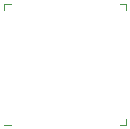
<source format=gbo>
%TF.GenerationSoftware,KiCad,Pcbnew,(5.1.9)-1*%
%TF.CreationDate,2021-08-06T11:33:52+02:00*%
%TF.ProjectId,PumpkinPi,50756d70-6b69-46e5-9069-2e6b69636164,rev?*%
%TF.SameCoordinates,Original*%
%TF.FileFunction,Legend,Bot*%
%TF.FilePolarity,Positive*%
%FSLAX46Y46*%
G04 Gerber Fmt 4.6, Leading zero omitted, Abs format (unit mm)*
G04 Created by KiCad (PCBNEW (5.1.9)-1) date 2021-08-06 11:33:52*
%MOMM*%
%LPD*%
G01*
G04 APERTURE LIST*
%ADD10C,0.120000*%
%ADD11R,1.700000X1.700000*%
%ADD12O,1.700000X1.700000*%
%ADD13O,0.400000X0.200000*%
%ADD14O,0.200000X0.400000*%
%ADD15R,1.685000X1.685000*%
G04 APERTURE END LIST*
D10*
%TO.C,U1*%
X110800000Y-99384000D02*
X111350000Y-99384000D01*
X111350000Y-99384000D02*
X111350000Y-98834000D01*
X110800000Y-89084000D02*
X111350000Y-89084000D01*
X111350000Y-89084000D02*
X111350000Y-89634000D01*
X101600000Y-89084000D02*
X101050000Y-89084000D01*
X101050000Y-89084000D02*
X101050000Y-89634000D01*
X101600000Y-99384000D02*
X101000000Y-99384000D01*
%TD*%
%LPC*%
D11*
%TO.C,J4*%
X114046000Y-98679000D03*
D12*
X114046000Y-96139000D03*
X114046000Y-93599000D03*
X114046000Y-91059000D03*
X114046000Y-88519000D03*
%TD*%
%TO.C,J5*%
X111252000Y-86741000D03*
X108712000Y-86741000D03*
X106172000Y-86741000D03*
X103632000Y-86741000D03*
D11*
X101092000Y-86741000D03*
%TD*%
%TO.C,J6*%
X98298000Y-98679000D03*
D12*
X98298000Y-96139000D03*
X98298000Y-93599000D03*
X98298000Y-91059000D03*
X98298000Y-88519000D03*
%TD*%
D13*
%TO.C,U1*%
X101400000Y-98434000D03*
X101400000Y-98034000D03*
X101400000Y-97634000D03*
X101400000Y-97234000D03*
X101400000Y-96834000D03*
X101400000Y-96434000D03*
X101400000Y-96034000D03*
X101400000Y-95634000D03*
X101400000Y-95234000D03*
X101400000Y-94834000D03*
X101400000Y-94434000D03*
X101400000Y-94034000D03*
X101400000Y-93634000D03*
X101400000Y-93234000D03*
X101400000Y-92834000D03*
X101400000Y-92434000D03*
X101400000Y-92034000D03*
X101400000Y-91634000D03*
X101400000Y-91234000D03*
X101400000Y-90834000D03*
X101400000Y-90434000D03*
X101400000Y-90034000D03*
D14*
X102000000Y-89434000D03*
X102400000Y-89434000D03*
X102800000Y-89434000D03*
X103200000Y-89434000D03*
X103600000Y-89434000D03*
X104000000Y-89434000D03*
X104400000Y-89434000D03*
X104800000Y-89434000D03*
X105200000Y-89434000D03*
X105600000Y-89434000D03*
X106000000Y-89434000D03*
X106400000Y-89434000D03*
X106800000Y-89434000D03*
X107200000Y-89434000D03*
X107600000Y-89434000D03*
X108000000Y-89434000D03*
X108400000Y-89434000D03*
X108800000Y-89434000D03*
X109200000Y-89434000D03*
X109600000Y-89434000D03*
X110000000Y-89434000D03*
X110400000Y-89434000D03*
D13*
X111000000Y-90034000D03*
X111000000Y-90434000D03*
X111000000Y-90834000D03*
X111000000Y-91234000D03*
X111000000Y-91634000D03*
X111000000Y-92034000D03*
X111000000Y-92434000D03*
X111000000Y-92834000D03*
X111000000Y-93234000D03*
X111000000Y-93634000D03*
X111000000Y-94034000D03*
X111000000Y-94434000D03*
X111000000Y-94834000D03*
X111000000Y-95234000D03*
X111000000Y-95634000D03*
X111000000Y-96034000D03*
X111000000Y-96434000D03*
X111000000Y-96834000D03*
X111000000Y-97234000D03*
X111000000Y-97634000D03*
X111000000Y-98034000D03*
X111000000Y-98434000D03*
D14*
X110400000Y-99034000D03*
X110000000Y-99034000D03*
X109600000Y-99034000D03*
X109200000Y-99034000D03*
X108800000Y-99034000D03*
X108400000Y-99034000D03*
X108000000Y-99034000D03*
X107600000Y-99034000D03*
X107200000Y-99034000D03*
X106800000Y-99034000D03*
X106400000Y-99034000D03*
X106000000Y-99034000D03*
X105600000Y-99034000D03*
X105200000Y-99034000D03*
X104800000Y-99034000D03*
X104400000Y-99034000D03*
X104000000Y-99034000D03*
X103600000Y-99034000D03*
X103200000Y-99034000D03*
X102800000Y-99034000D03*
X102400000Y-99034000D03*
X102000000Y-99034000D03*
D15*
X103672500Y-96761500D03*
X103672500Y-95076500D03*
X103672500Y-93391500D03*
X103672500Y-91706500D03*
X105357500Y-96761500D03*
X105357500Y-95076500D03*
X105357500Y-93391500D03*
X105357500Y-91706500D03*
X107042500Y-96761500D03*
X107042500Y-95076500D03*
X107042500Y-93391500D03*
X107042500Y-91706500D03*
X108727500Y-96761500D03*
X108727500Y-95076500D03*
X108727500Y-93391500D03*
X108727500Y-91706500D03*
%TD*%
M02*

</source>
